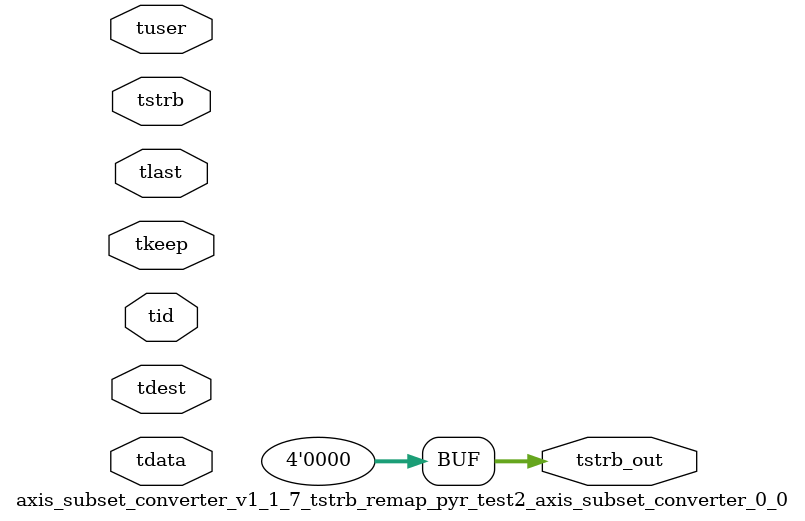
<source format=v>


`timescale 1ps/1ps

module axis_subset_converter_v1_1_7_tstrb_remap_pyr_test2_axis_subset_converter_0_0 #
(
parameter C_S_AXIS_TDATA_WIDTH = 32,
parameter C_S_AXIS_TUSER_WIDTH = 0,
parameter C_S_AXIS_TID_WIDTH   = 0,
parameter C_S_AXIS_TDEST_WIDTH = 0,
parameter C_M_AXIS_TDATA_WIDTH = 32
)
(
input  [(C_S_AXIS_TDATA_WIDTH == 0 ? 1 : C_S_AXIS_TDATA_WIDTH)-1:0     ] tdata,
input  [(C_S_AXIS_TUSER_WIDTH == 0 ? 1 : C_S_AXIS_TUSER_WIDTH)-1:0     ] tuser,
input  [(C_S_AXIS_TID_WIDTH   == 0 ? 1 : C_S_AXIS_TID_WIDTH)-1:0       ] tid,
input  [(C_S_AXIS_TDEST_WIDTH == 0 ? 1 : C_S_AXIS_TDEST_WIDTH)-1:0     ] tdest,
input  [(C_S_AXIS_TDATA_WIDTH/8)-1:0 ] tkeep,
input  [(C_S_AXIS_TDATA_WIDTH/8)-1:0 ] tstrb,
input                                                                    tlast,
output [(C_M_AXIS_TDATA_WIDTH/8)-1:0 ] tstrb_out
);

assign tstrb_out = {1'b0};

endmodule


</source>
